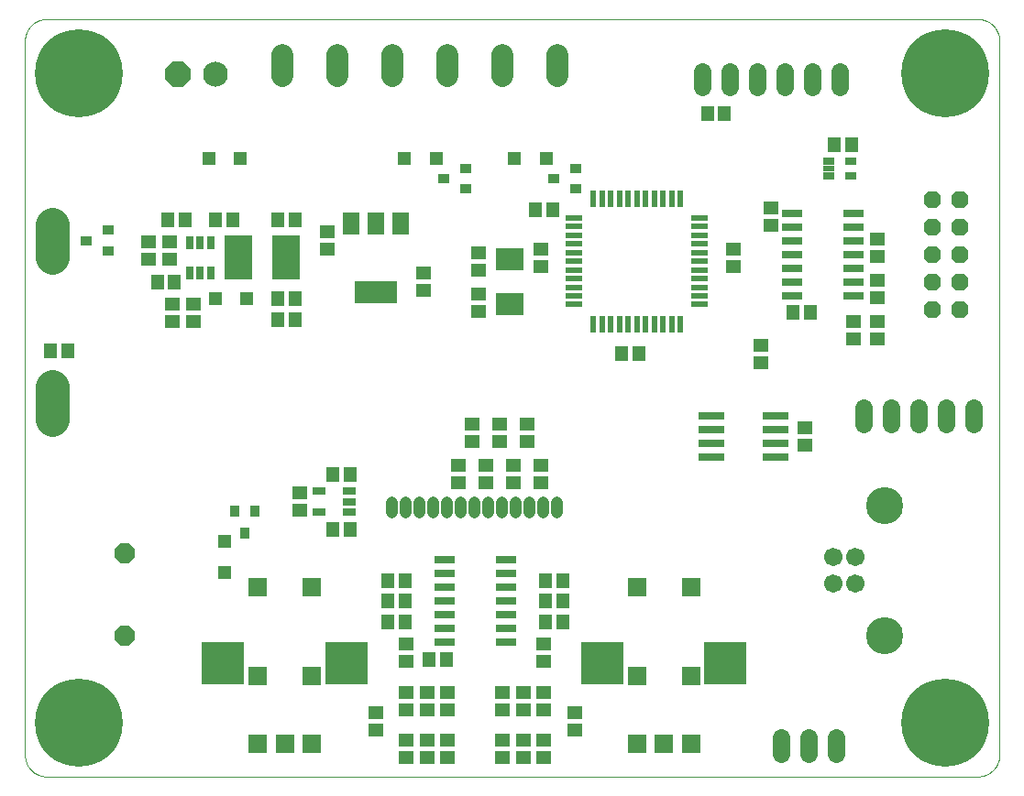
<source format=gts>
G75*
%MOIN*%
%OFA0B0*%
%FSLAX25Y25*%
%IPPOS*%
%LPD*%
%AMOC8*
5,1,8,0,0,1.08239X$1,22.5*
%
%ADD10C,0.00400*%
%ADD11R,0.07093X0.07093*%
%ADD12R,0.15361X0.15361*%
%ADD13R,0.07290X0.03156*%
%ADD14R,0.05518X0.04731*%
%ADD15R,0.04731X0.05518*%
%ADD16C,0.06699*%
%ADD17C,0.13455*%
%ADD18C,0.06306*%
%ADD19R,0.09849X0.07880*%
%ADD20R,0.04731X0.02762*%
%ADD21C,0.04362*%
%ADD22C,0.12211*%
%ADD23R,0.06306X0.08274*%
%ADD24R,0.15361X0.08274*%
%ADD25OC8,0.06306*%
%ADD26R,0.03943X0.02762*%
%ADD27R,0.03943X0.01975*%
%ADD28OC8,0.07487*%
%ADD29R,0.10243X0.16148*%
%ADD30C,0.08077*%
%ADD31R,0.02762X0.04731*%
%ADD32R,0.04731X0.04731*%
%ADD33C,0.09061*%
%ADD34OC8,0.09061*%
%ADD35R,0.06306X0.02369*%
%ADD36R,0.02369X0.06306*%
%ADD37R,0.09258X0.03156*%
%ADD38R,0.04337X0.03550*%
%ADD39R,0.03550X0.04337*%
%ADD40C,0.31896*%
D10*
X0032280Y0087909D02*
X0370863Y0087909D01*
X0371053Y0087911D01*
X0371243Y0087918D01*
X0371433Y0087930D01*
X0371623Y0087946D01*
X0371812Y0087966D01*
X0372001Y0087992D01*
X0372189Y0088021D01*
X0372376Y0088056D01*
X0372562Y0088095D01*
X0372747Y0088138D01*
X0372932Y0088186D01*
X0373115Y0088238D01*
X0373296Y0088294D01*
X0373476Y0088355D01*
X0373655Y0088421D01*
X0373832Y0088490D01*
X0374008Y0088564D01*
X0374181Y0088642D01*
X0374353Y0088725D01*
X0374522Y0088811D01*
X0374690Y0088901D01*
X0374855Y0088996D01*
X0375018Y0089094D01*
X0375178Y0089197D01*
X0375336Y0089303D01*
X0375491Y0089413D01*
X0375644Y0089526D01*
X0375794Y0089644D01*
X0375940Y0089765D01*
X0376084Y0089889D01*
X0376225Y0090017D01*
X0376363Y0090148D01*
X0376498Y0090283D01*
X0376629Y0090421D01*
X0376757Y0090562D01*
X0376881Y0090706D01*
X0377002Y0090852D01*
X0377120Y0091002D01*
X0377233Y0091155D01*
X0377343Y0091310D01*
X0377449Y0091468D01*
X0377552Y0091628D01*
X0377650Y0091791D01*
X0377745Y0091956D01*
X0377835Y0092124D01*
X0377921Y0092293D01*
X0378004Y0092465D01*
X0378082Y0092638D01*
X0378156Y0092814D01*
X0378225Y0092991D01*
X0378291Y0093170D01*
X0378352Y0093350D01*
X0378408Y0093531D01*
X0378460Y0093714D01*
X0378508Y0093899D01*
X0378551Y0094084D01*
X0378590Y0094270D01*
X0378625Y0094457D01*
X0378654Y0094645D01*
X0378680Y0094834D01*
X0378700Y0095023D01*
X0378716Y0095213D01*
X0378728Y0095403D01*
X0378735Y0095593D01*
X0378737Y0095783D01*
X0378737Y0355626D01*
X0378735Y0355816D01*
X0378728Y0356006D01*
X0378716Y0356196D01*
X0378700Y0356386D01*
X0378680Y0356575D01*
X0378654Y0356764D01*
X0378625Y0356952D01*
X0378590Y0357139D01*
X0378551Y0357325D01*
X0378508Y0357510D01*
X0378460Y0357695D01*
X0378408Y0357878D01*
X0378352Y0358059D01*
X0378291Y0358239D01*
X0378225Y0358418D01*
X0378156Y0358595D01*
X0378082Y0358771D01*
X0378004Y0358944D01*
X0377921Y0359116D01*
X0377835Y0359285D01*
X0377745Y0359453D01*
X0377650Y0359618D01*
X0377552Y0359781D01*
X0377449Y0359941D01*
X0377343Y0360099D01*
X0377233Y0360254D01*
X0377120Y0360407D01*
X0377002Y0360557D01*
X0376881Y0360703D01*
X0376757Y0360847D01*
X0376629Y0360988D01*
X0376498Y0361126D01*
X0376363Y0361261D01*
X0376225Y0361392D01*
X0376084Y0361520D01*
X0375940Y0361644D01*
X0375794Y0361765D01*
X0375644Y0361883D01*
X0375491Y0361996D01*
X0375336Y0362106D01*
X0375178Y0362212D01*
X0375018Y0362315D01*
X0374855Y0362413D01*
X0374690Y0362508D01*
X0374522Y0362598D01*
X0374353Y0362684D01*
X0374181Y0362767D01*
X0374008Y0362845D01*
X0373832Y0362919D01*
X0373655Y0362988D01*
X0373476Y0363054D01*
X0373296Y0363115D01*
X0373115Y0363171D01*
X0372932Y0363223D01*
X0372747Y0363271D01*
X0372562Y0363314D01*
X0372376Y0363353D01*
X0372189Y0363388D01*
X0372001Y0363417D01*
X0371812Y0363443D01*
X0371623Y0363463D01*
X0371433Y0363479D01*
X0371243Y0363491D01*
X0371053Y0363498D01*
X0370863Y0363500D01*
X0032280Y0363500D01*
X0032090Y0363498D01*
X0031900Y0363491D01*
X0031710Y0363479D01*
X0031520Y0363463D01*
X0031331Y0363443D01*
X0031142Y0363417D01*
X0030954Y0363388D01*
X0030767Y0363353D01*
X0030581Y0363314D01*
X0030396Y0363271D01*
X0030211Y0363223D01*
X0030028Y0363171D01*
X0029847Y0363115D01*
X0029667Y0363054D01*
X0029488Y0362988D01*
X0029311Y0362919D01*
X0029135Y0362845D01*
X0028962Y0362767D01*
X0028790Y0362684D01*
X0028621Y0362598D01*
X0028453Y0362508D01*
X0028288Y0362413D01*
X0028125Y0362315D01*
X0027965Y0362212D01*
X0027807Y0362106D01*
X0027652Y0361996D01*
X0027499Y0361883D01*
X0027349Y0361765D01*
X0027203Y0361644D01*
X0027059Y0361520D01*
X0026918Y0361392D01*
X0026780Y0361261D01*
X0026645Y0361126D01*
X0026514Y0360988D01*
X0026386Y0360847D01*
X0026262Y0360703D01*
X0026141Y0360557D01*
X0026023Y0360407D01*
X0025910Y0360254D01*
X0025800Y0360099D01*
X0025694Y0359941D01*
X0025591Y0359781D01*
X0025493Y0359618D01*
X0025398Y0359453D01*
X0025308Y0359285D01*
X0025222Y0359116D01*
X0025139Y0358944D01*
X0025061Y0358771D01*
X0024987Y0358595D01*
X0024918Y0358418D01*
X0024852Y0358239D01*
X0024791Y0358059D01*
X0024735Y0357878D01*
X0024683Y0357695D01*
X0024635Y0357510D01*
X0024592Y0357325D01*
X0024553Y0357139D01*
X0024518Y0356952D01*
X0024489Y0356764D01*
X0024463Y0356575D01*
X0024443Y0356386D01*
X0024427Y0356196D01*
X0024415Y0356006D01*
X0024408Y0355816D01*
X0024406Y0355626D01*
X0024406Y0095783D01*
X0024408Y0095593D01*
X0024415Y0095403D01*
X0024427Y0095213D01*
X0024443Y0095023D01*
X0024463Y0094834D01*
X0024489Y0094645D01*
X0024518Y0094457D01*
X0024553Y0094270D01*
X0024592Y0094084D01*
X0024635Y0093899D01*
X0024683Y0093714D01*
X0024735Y0093531D01*
X0024791Y0093350D01*
X0024852Y0093170D01*
X0024918Y0092991D01*
X0024987Y0092814D01*
X0025061Y0092638D01*
X0025139Y0092465D01*
X0025222Y0092293D01*
X0025308Y0092124D01*
X0025398Y0091956D01*
X0025493Y0091791D01*
X0025591Y0091628D01*
X0025694Y0091468D01*
X0025800Y0091310D01*
X0025910Y0091155D01*
X0026023Y0091002D01*
X0026141Y0090852D01*
X0026262Y0090706D01*
X0026386Y0090562D01*
X0026514Y0090421D01*
X0026645Y0090283D01*
X0026780Y0090148D01*
X0026918Y0090017D01*
X0027059Y0089889D01*
X0027203Y0089765D01*
X0027349Y0089644D01*
X0027499Y0089526D01*
X0027652Y0089413D01*
X0027807Y0089303D01*
X0027965Y0089197D01*
X0028125Y0089094D01*
X0028288Y0088996D01*
X0028453Y0088901D01*
X0028621Y0088811D01*
X0028790Y0088725D01*
X0028962Y0088642D01*
X0029135Y0088564D01*
X0029311Y0088490D01*
X0029488Y0088421D01*
X0029667Y0088355D01*
X0029847Y0088294D01*
X0030028Y0088238D01*
X0030211Y0088186D01*
X0030396Y0088138D01*
X0030581Y0088095D01*
X0030767Y0088056D01*
X0030954Y0088021D01*
X0031142Y0087992D01*
X0031331Y0087966D01*
X0031520Y0087946D01*
X0031710Y0087930D01*
X0031900Y0087918D01*
X0032090Y0087911D01*
X0032280Y0087909D01*
D11*
X0109052Y0099720D03*
X0109052Y0099720D03*
X0118894Y0099720D03*
X0118894Y0099720D03*
X0128737Y0099720D03*
X0128737Y0099720D03*
X0128737Y0124327D03*
X0109052Y0124327D03*
X0109052Y0156807D03*
X0128737Y0156807D03*
X0246847Y0156807D03*
X0266532Y0156807D03*
X0266532Y0124327D03*
X0246847Y0124327D03*
X0246847Y0099720D03*
X0246847Y0099720D03*
X0256690Y0099720D03*
X0256690Y0099720D03*
X0266532Y0099720D03*
X0266532Y0099720D03*
D12*
X0279131Y0129248D03*
X0234249Y0129248D03*
X0141335Y0129248D03*
X0096453Y0129248D03*
D13*
X0177034Y0136659D03*
X0177034Y0141659D03*
X0177034Y0146659D03*
X0177034Y0151659D03*
X0177034Y0156659D03*
X0177034Y0161659D03*
X0177034Y0166659D03*
X0199278Y0166659D03*
X0199278Y0161659D03*
X0199278Y0156659D03*
X0199278Y0151659D03*
X0199278Y0146659D03*
X0199278Y0141659D03*
X0199278Y0136659D03*
X0303284Y0262909D03*
X0303284Y0267909D03*
X0303284Y0272909D03*
X0303284Y0277909D03*
X0303284Y0282909D03*
X0303284Y0287909D03*
X0303284Y0292909D03*
X0325528Y0292909D03*
X0325528Y0287909D03*
X0325528Y0282909D03*
X0325528Y0277909D03*
X0325528Y0272909D03*
X0325528Y0267909D03*
X0325528Y0262909D03*
D14*
X0334406Y0262260D03*
X0334406Y0268559D03*
X0334406Y0277260D03*
X0334406Y0283559D03*
X0334406Y0253559D03*
X0334406Y0247260D03*
X0325656Y0247260D03*
X0325656Y0253559D03*
X0291906Y0244809D03*
X0291906Y0238510D03*
X0308156Y0214809D03*
X0308156Y0208510D03*
X0281906Y0273510D03*
X0281906Y0279809D03*
X0295656Y0288510D03*
X0295656Y0294809D03*
X0211906Y0279809D03*
X0211906Y0273510D03*
X0189406Y0272260D03*
X0189406Y0278559D03*
X0189406Y0263559D03*
X0189406Y0257260D03*
X0169406Y0264760D03*
X0169406Y0271059D03*
X0134406Y0279760D03*
X0134406Y0286059D03*
X0085656Y0259809D03*
X0085656Y0253510D03*
X0078156Y0253510D03*
X0078156Y0259809D03*
X0076906Y0276010D03*
X0076906Y0282309D03*
X0069406Y0282309D03*
X0069406Y0276010D03*
X0124406Y0191059D03*
X0124406Y0184760D03*
X0181906Y0194760D03*
X0181906Y0201059D03*
X0186906Y0209760D03*
X0186906Y0216059D03*
X0196906Y0216059D03*
X0196906Y0209760D03*
X0206906Y0209760D03*
X0206906Y0216059D03*
X0201906Y0201059D03*
X0201906Y0194760D03*
X0191906Y0194760D03*
X0191906Y0201059D03*
X0211906Y0201059D03*
X0211906Y0194760D03*
X0213156Y0136059D03*
X0213156Y0129760D03*
X0213156Y0118559D03*
X0213156Y0112260D03*
X0205656Y0112260D03*
X0205656Y0118559D03*
X0198156Y0118559D03*
X0198156Y0112260D03*
X0198156Y0101059D03*
X0198156Y0094760D03*
X0205656Y0094760D03*
X0205656Y0101059D03*
X0213156Y0101059D03*
X0213156Y0094760D03*
X0224406Y0104760D03*
X0224406Y0111059D03*
X0178156Y0112260D03*
X0178156Y0118559D03*
X0170656Y0118559D03*
X0170656Y0112260D03*
X0163156Y0112260D03*
X0163156Y0118559D03*
X0163156Y0129760D03*
X0163156Y0136059D03*
X0151906Y0111059D03*
X0151906Y0104760D03*
X0163156Y0101059D03*
X0163156Y0094760D03*
X0170656Y0094760D03*
X0170656Y0101059D03*
X0178156Y0101059D03*
X0178156Y0094760D03*
D15*
X0177556Y0130409D03*
X0171257Y0130409D03*
X0162556Y0144159D03*
X0156257Y0144159D03*
X0156257Y0151659D03*
X0162556Y0151659D03*
X0162556Y0159159D03*
X0156257Y0159159D03*
X0142556Y0177909D03*
X0136257Y0177909D03*
X0136257Y0197909D03*
X0142556Y0197909D03*
X0122556Y0254159D03*
X0116257Y0254159D03*
X0116257Y0261659D03*
X0122556Y0261659D03*
X0122556Y0290409D03*
X0116257Y0290409D03*
X0100056Y0290409D03*
X0093757Y0290409D03*
X0082556Y0290409D03*
X0076257Y0290409D03*
X0078806Y0267909D03*
X0072507Y0267909D03*
X0040056Y0242909D03*
X0033757Y0242909D03*
X0210007Y0294159D03*
X0216306Y0294159D03*
X0272507Y0329159D03*
X0278806Y0329159D03*
X0318757Y0317909D03*
X0325056Y0317909D03*
X0310056Y0256659D03*
X0303757Y0256659D03*
X0247556Y0241659D03*
X0241257Y0241659D03*
X0220056Y0159159D03*
X0213757Y0159159D03*
X0213757Y0151659D03*
X0220056Y0151659D03*
X0220056Y0144159D03*
X0213757Y0144159D03*
D16*
X0318363Y0157988D03*
X0326237Y0157988D03*
X0326237Y0167831D03*
X0318363Y0167831D03*
D17*
X0336906Y0186610D03*
X0336906Y0139209D03*
D18*
X0319406Y0102112D02*
X0319406Y0096207D01*
X0309406Y0096207D02*
X0309406Y0102112D01*
X0299406Y0102112D02*
X0299406Y0096207D01*
X0329406Y0216207D02*
X0329406Y0222112D01*
X0339406Y0222112D02*
X0339406Y0216207D01*
X0349406Y0216207D02*
X0349406Y0222112D01*
X0359406Y0222112D02*
X0359406Y0216207D01*
X0369406Y0216207D02*
X0369406Y0222112D01*
X0320656Y0338707D02*
X0320656Y0344612D01*
X0310656Y0344612D02*
X0310656Y0338707D01*
X0300656Y0338707D02*
X0300656Y0344612D01*
X0290656Y0344612D02*
X0290656Y0338707D01*
X0280656Y0338707D02*
X0280656Y0344612D01*
X0270656Y0344612D02*
X0270656Y0338707D01*
D19*
X0200656Y0275980D03*
X0200656Y0259839D03*
D20*
X0142418Y0191650D03*
X0142418Y0187909D03*
X0142418Y0184169D03*
X0131394Y0184169D03*
X0131394Y0191650D03*
D21*
X0157792Y0187971D02*
X0157792Y0184009D01*
X0162792Y0184009D02*
X0162792Y0187971D01*
X0167792Y0187971D02*
X0167792Y0184009D01*
X0172792Y0184009D02*
X0172792Y0187971D01*
X0177792Y0187971D02*
X0177792Y0184009D01*
X0182792Y0184009D02*
X0182792Y0187971D01*
X0187792Y0187971D02*
X0187792Y0184009D01*
X0192792Y0184009D02*
X0192792Y0187971D01*
X0197792Y0187971D02*
X0197792Y0184009D01*
X0202792Y0184009D02*
X0202792Y0187971D01*
X0207792Y0187971D02*
X0207792Y0184009D01*
X0212792Y0184009D02*
X0212792Y0187971D01*
X0217792Y0187971D02*
X0217792Y0184009D01*
D22*
X0034249Y0217880D02*
X0034249Y0229691D01*
X0034249Y0276935D02*
X0034249Y0288746D01*
D23*
X0142851Y0289061D03*
X0151906Y0289061D03*
X0160961Y0289061D03*
D24*
X0151906Y0264258D03*
D25*
X0354406Y0267909D03*
X0354406Y0257909D03*
X0364406Y0257909D03*
X0364406Y0267909D03*
X0364406Y0277909D03*
X0354406Y0277909D03*
X0354406Y0287909D03*
X0364406Y0287909D03*
X0364406Y0297909D03*
X0354406Y0297909D03*
D26*
X0324593Y0306404D03*
X0324593Y0311915D03*
X0316719Y0311915D03*
X0316719Y0306404D03*
D27*
X0316719Y0309159D03*
D28*
X0060656Y0169159D03*
X0060656Y0139159D03*
D29*
X0101995Y0276659D03*
X0119318Y0276659D03*
D30*
X0118156Y0342821D02*
X0118156Y0350498D01*
X0138156Y0350498D02*
X0138156Y0342821D01*
X0158156Y0342821D02*
X0158156Y0350498D01*
X0178156Y0350498D02*
X0178156Y0342821D01*
X0198156Y0342821D02*
X0198156Y0350498D01*
X0218156Y0350498D02*
X0218156Y0342821D01*
D31*
X0091896Y0282171D03*
X0088156Y0282171D03*
X0084416Y0282171D03*
X0084416Y0271148D03*
X0088156Y0271148D03*
X0091896Y0271148D03*
D32*
X0093698Y0261659D03*
X0105115Y0261659D03*
X0102615Y0312909D03*
X0091198Y0312909D03*
X0162448Y0312909D03*
X0173865Y0312909D03*
X0202448Y0312909D03*
X0213865Y0312909D03*
X0096906Y0173618D03*
X0096906Y0162201D03*
D33*
X0093796Y0343638D03*
D34*
X0080016Y0343638D03*
D35*
X0224072Y0291157D03*
X0224072Y0288008D03*
X0224072Y0284858D03*
X0224072Y0281709D03*
X0224072Y0278559D03*
X0224072Y0275409D03*
X0224072Y0272260D03*
X0224072Y0269110D03*
X0224072Y0265961D03*
X0224072Y0262811D03*
X0224072Y0259661D03*
X0269741Y0259661D03*
X0269741Y0262811D03*
X0269741Y0265961D03*
X0269741Y0269110D03*
X0269741Y0272260D03*
X0269741Y0275409D03*
X0269741Y0278559D03*
X0269741Y0281709D03*
X0269741Y0284858D03*
X0269741Y0288008D03*
X0269741Y0291157D03*
D36*
X0262654Y0298244D03*
X0259505Y0298244D03*
X0256355Y0298244D03*
X0253205Y0298244D03*
X0250056Y0298244D03*
X0246906Y0298244D03*
X0243757Y0298244D03*
X0240607Y0298244D03*
X0237457Y0298244D03*
X0234308Y0298244D03*
X0231158Y0298244D03*
X0231158Y0252575D03*
X0234308Y0252575D03*
X0237457Y0252575D03*
X0240607Y0252575D03*
X0243757Y0252575D03*
X0246906Y0252575D03*
X0250056Y0252575D03*
X0253205Y0252575D03*
X0256355Y0252575D03*
X0259505Y0252575D03*
X0262654Y0252575D03*
D37*
X0273845Y0219159D03*
X0273845Y0214159D03*
X0273845Y0209159D03*
X0273845Y0204159D03*
X0297467Y0204159D03*
X0297467Y0209159D03*
X0297467Y0214159D03*
X0297467Y0219159D03*
D38*
X0224593Y0301669D03*
X0224593Y0309150D03*
X0216719Y0305409D03*
X0184593Y0301669D03*
X0184593Y0309150D03*
X0176719Y0305409D03*
X0054593Y0286650D03*
X0054593Y0279169D03*
X0046719Y0282909D03*
D39*
X0100666Y0184346D03*
X0108146Y0184346D03*
X0104406Y0176472D03*
D40*
X0044091Y0107594D03*
X0044091Y0343815D03*
X0359052Y0343815D03*
X0359052Y0107594D03*
M02*

</source>
